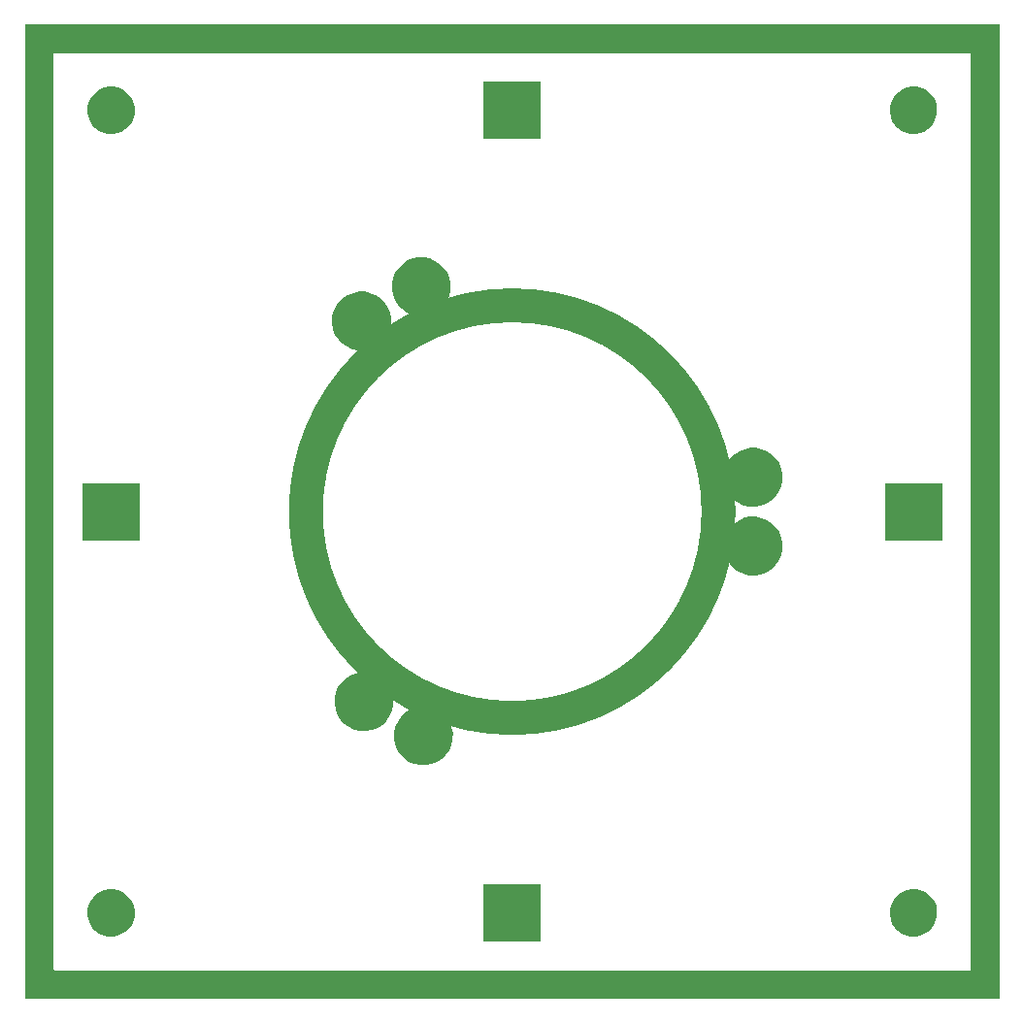
<source format=gbs>
G04 #@! TF.FileFunction,Soldermask,Bot*
%FSLAX46Y46*%
G04 Gerber Fmt 4.6, Leading zero omitted, Abs format (unit mm)*
G04 Created by KiCad (PCBNEW 4.0.2-stable) date Fri 12 Aug 2016 03:12:41 PM CEST*
%MOMM*%
G01*
G04 APERTURE LIST*
%ADD10C,0.100000*%
%ADD11C,3.000000*%
G04 APERTURE END LIST*
D10*
D11*
X118000000Y-100000000D02*
G75*
G03X118000000Y-100000000I-18000000J0D01*
G01*
D10*
G36*
X142500000Y-142500000D02*
X60040592Y-142500000D01*
X60023180Y-142502474D01*
X60006769Y-142509943D01*
X60000000Y-142514299D01*
X60000000Y-142515778D01*
X57500000Y-142515778D01*
X57500000Y-60062500D01*
X60000000Y-60062500D01*
X60000000Y-139937500D01*
X60002474Y-139954912D01*
X60009702Y-139970945D01*
X60021110Y-139984331D01*
X60035795Y-139994008D01*
X60052595Y-139999210D01*
X60062500Y-140000000D01*
X139937500Y-140000000D01*
X139954912Y-139997526D01*
X139970945Y-139990298D01*
X139984331Y-139978890D01*
X139994008Y-139964205D01*
X139999210Y-139947405D01*
X140000000Y-139937500D01*
X140000000Y-60062500D01*
X139997526Y-60045088D01*
X139990298Y-60029055D01*
X139978890Y-60015669D01*
X139964205Y-60005992D01*
X139947405Y-60000790D01*
X139937500Y-60000000D01*
X60062500Y-60000000D01*
X60045088Y-60002474D01*
X60029055Y-60009702D01*
X60015669Y-60021110D01*
X60005992Y-60035795D01*
X60000790Y-60052595D01*
X60000000Y-60062500D01*
X57500000Y-60062500D01*
X57500000Y-57500000D01*
X142500000Y-57500000D01*
X142500000Y-142500000D01*
X142500000Y-142500000D01*
G37*
G36*
X102500000Y-137500000D02*
X97500000Y-137500000D01*
X97500000Y-132500000D01*
X102500000Y-132500000D01*
X102500000Y-137500000D01*
X102500000Y-137500000D01*
G37*
G36*
X65216581Y-132939370D02*
X65612701Y-133020682D01*
X65985481Y-133177384D01*
X66320731Y-133403513D01*
X66605669Y-133690447D01*
X66829451Y-134027266D01*
X66983547Y-134401130D01*
X67062006Y-134797379D01*
X67062006Y-134797395D01*
X67062088Y-134797810D01*
X67055639Y-135259688D01*
X67055545Y-135260101D01*
X67055545Y-135260117D01*
X66966053Y-135654017D01*
X66801576Y-136023437D01*
X66568478Y-136353876D01*
X66275640Y-136632742D01*
X65934207Y-136849421D01*
X65557195Y-136995655D01*
X65158961Y-137065874D01*
X64754671Y-137057405D01*
X64359725Y-136970570D01*
X63989165Y-136808677D01*
X63657108Y-136577891D01*
X63376202Y-136287005D01*
X63157148Y-135947100D01*
X63008284Y-135571113D01*
X62935287Y-135173381D01*
X62940932Y-134769037D01*
X63025008Y-134373496D01*
X63184309Y-134001817D01*
X63412771Y-133668158D01*
X63701690Y-133385227D01*
X64040061Y-133163803D01*
X64414994Y-133012321D01*
X64812213Y-132936547D01*
X65216581Y-132939370D01*
X65216581Y-132939370D01*
G37*
G36*
X135216581Y-132939370D02*
X135612701Y-133020682D01*
X135985481Y-133177384D01*
X136320731Y-133403513D01*
X136605669Y-133690447D01*
X136829451Y-134027266D01*
X136983547Y-134401130D01*
X137062006Y-134797379D01*
X137062006Y-134797395D01*
X137062088Y-134797810D01*
X137055639Y-135259688D01*
X137055545Y-135260101D01*
X137055545Y-135260117D01*
X136966053Y-135654017D01*
X136801576Y-136023437D01*
X136568478Y-136353876D01*
X136275640Y-136632742D01*
X135934207Y-136849421D01*
X135557195Y-136995655D01*
X135158961Y-137065874D01*
X134754671Y-137057405D01*
X134359725Y-136970570D01*
X133989165Y-136808677D01*
X133657108Y-136577891D01*
X133376202Y-136287005D01*
X133157148Y-135947100D01*
X133008284Y-135571113D01*
X132935287Y-135173381D01*
X132940932Y-134769037D01*
X133025008Y-134373496D01*
X133184309Y-134001817D01*
X133412771Y-133668158D01*
X133701690Y-133385227D01*
X134040061Y-133163803D01*
X134414994Y-133012321D01*
X134812213Y-132936547D01*
X135216581Y-132939370D01*
X135216581Y-132939370D01*
G37*
G36*
X92527428Y-117001881D02*
X93019600Y-117102909D01*
X93482774Y-117297610D01*
X93899315Y-117578570D01*
X94253346Y-117935081D01*
X94531391Y-118353573D01*
X94722852Y-118818093D01*
X94820357Y-119310529D01*
X94820357Y-119310546D01*
X94820439Y-119310961D01*
X94812426Y-119884835D01*
X94812332Y-119885248D01*
X94812332Y-119885265D01*
X94701116Y-120374784D01*
X94496757Y-120833781D01*
X94207137Y-121244344D01*
X93843290Y-121590831D01*
X93419067Y-121860051D01*
X92950635Y-122041744D01*
X92455836Y-122128991D01*
X91953512Y-122118468D01*
X91462799Y-122010577D01*
X91002385Y-121809427D01*
X90589810Y-121522680D01*
X90240789Y-121161259D01*
X89968618Y-120738932D01*
X89783658Y-120271777D01*
X89692960Y-119777600D01*
X89699974Y-119275211D01*
X89804437Y-118783757D01*
X90002366Y-118321953D01*
X90286225Y-117907387D01*
X90645202Y-117555851D01*
X91065622Y-117280736D01*
X91531470Y-117092521D01*
X92025008Y-116998374D01*
X92527428Y-117001881D01*
X92527428Y-117001881D01*
G37*
G36*
X87331276Y-114001881D02*
X87823448Y-114102909D01*
X88286622Y-114297610D01*
X88703163Y-114578570D01*
X89057194Y-114935081D01*
X89335239Y-115353573D01*
X89526700Y-115818093D01*
X89624205Y-116310529D01*
X89624205Y-116310546D01*
X89624287Y-116310961D01*
X89616274Y-116884835D01*
X89616180Y-116885248D01*
X89616180Y-116885265D01*
X89504964Y-117374784D01*
X89300605Y-117833781D01*
X89010985Y-118244344D01*
X88647138Y-118590831D01*
X88222915Y-118860051D01*
X87754483Y-119041744D01*
X87259684Y-119128991D01*
X86757360Y-119118468D01*
X86266647Y-119010577D01*
X85806233Y-118809427D01*
X85393658Y-118522680D01*
X85044637Y-118161259D01*
X84772466Y-117738932D01*
X84587506Y-117271777D01*
X84496808Y-116777600D01*
X84503822Y-116275211D01*
X84608285Y-115783757D01*
X84806214Y-115321953D01*
X85090073Y-114907387D01*
X85449050Y-114555851D01*
X85869470Y-114280736D01*
X86335318Y-114092521D01*
X86828856Y-113998374D01*
X87331276Y-114001881D01*
X87331276Y-114001881D01*
G37*
G36*
X121269098Y-100439703D02*
X121761270Y-100540731D01*
X122224444Y-100735432D01*
X122640985Y-101016392D01*
X122995016Y-101372903D01*
X123273061Y-101791395D01*
X123464522Y-102255915D01*
X123562027Y-102748351D01*
X123562027Y-102748368D01*
X123562109Y-102748783D01*
X123554096Y-103322657D01*
X123554002Y-103323070D01*
X123554002Y-103323087D01*
X123442786Y-103812606D01*
X123238427Y-104271603D01*
X122948807Y-104682166D01*
X122584960Y-105028653D01*
X122160737Y-105297873D01*
X121692305Y-105479566D01*
X121197506Y-105566813D01*
X120695182Y-105556290D01*
X120204469Y-105448399D01*
X119744055Y-105247249D01*
X119331480Y-104960502D01*
X118982459Y-104599081D01*
X118710288Y-104176754D01*
X118525328Y-103709599D01*
X118434630Y-103215422D01*
X118441644Y-102713033D01*
X118546107Y-102221579D01*
X118744036Y-101759775D01*
X119027895Y-101345209D01*
X119386872Y-100993673D01*
X119807292Y-100718558D01*
X120273140Y-100530343D01*
X120766678Y-100436196D01*
X121269098Y-100439703D01*
X121269098Y-100439703D01*
G37*
G36*
X67500000Y-102500000D02*
X62500000Y-102500000D01*
X62500000Y-97500000D01*
X67500000Y-97500000D01*
X67500000Y-102500000D01*
X67500000Y-102500000D01*
G37*
G36*
X137500000Y-102500000D02*
X132500000Y-102500000D01*
X132500000Y-97500000D01*
X137500000Y-97500000D01*
X137500000Y-102500000D01*
X137500000Y-102500000D01*
G37*
G36*
X121269098Y-94439703D02*
X121761270Y-94540731D01*
X122224444Y-94735432D01*
X122640985Y-95016392D01*
X122995016Y-95372903D01*
X123273061Y-95791395D01*
X123464522Y-96255915D01*
X123562027Y-96748351D01*
X123562027Y-96748368D01*
X123562109Y-96748783D01*
X123554096Y-97322657D01*
X123554002Y-97323070D01*
X123554002Y-97323087D01*
X123442786Y-97812606D01*
X123238427Y-98271603D01*
X122948807Y-98682166D01*
X122584960Y-99028653D01*
X122160737Y-99297873D01*
X121692305Y-99479566D01*
X121197506Y-99566813D01*
X120695182Y-99556290D01*
X120204469Y-99448399D01*
X119744055Y-99247249D01*
X119331480Y-98960502D01*
X118982459Y-98599081D01*
X118710288Y-98176754D01*
X118525328Y-97709599D01*
X118434630Y-97215422D01*
X118441644Y-96713033D01*
X118546107Y-96221579D01*
X118744036Y-95759775D01*
X119027895Y-95345209D01*
X119386872Y-94993673D01*
X119807292Y-94718558D01*
X120273140Y-94530343D01*
X120766678Y-94436196D01*
X121269098Y-94439703D01*
X121269098Y-94439703D01*
G37*
G36*
X87126793Y-80810538D02*
X87618965Y-80911566D01*
X88082139Y-81106267D01*
X88498680Y-81387227D01*
X88852711Y-81743738D01*
X89130756Y-82162230D01*
X89322217Y-82626750D01*
X89419722Y-83119186D01*
X89419722Y-83119203D01*
X89419804Y-83119618D01*
X89411791Y-83693492D01*
X89411697Y-83693905D01*
X89411697Y-83693922D01*
X89300481Y-84183441D01*
X89096122Y-84642438D01*
X88806502Y-85053001D01*
X88442655Y-85399488D01*
X88018432Y-85668708D01*
X87550000Y-85850401D01*
X87055201Y-85937648D01*
X86552877Y-85927125D01*
X86062164Y-85819234D01*
X85601750Y-85618084D01*
X85189175Y-85331337D01*
X84840154Y-84969916D01*
X84567983Y-84547589D01*
X84383023Y-84080434D01*
X84292325Y-83586257D01*
X84299339Y-83083868D01*
X84403802Y-82592414D01*
X84601731Y-82130610D01*
X84885590Y-81716044D01*
X85244567Y-81364508D01*
X85664987Y-81089393D01*
X86130835Y-80901178D01*
X86624373Y-80807031D01*
X87126793Y-80810538D01*
X87126793Y-80810538D01*
G37*
G36*
X92322946Y-77810538D02*
X92815118Y-77911566D01*
X93278292Y-78106267D01*
X93694833Y-78387227D01*
X94048864Y-78743738D01*
X94326909Y-79162230D01*
X94518370Y-79626750D01*
X94615875Y-80119186D01*
X94615875Y-80119203D01*
X94615957Y-80119618D01*
X94607944Y-80693492D01*
X94607850Y-80693905D01*
X94607850Y-80693922D01*
X94496634Y-81183441D01*
X94292275Y-81642438D01*
X94002655Y-82053001D01*
X93638808Y-82399488D01*
X93214585Y-82668708D01*
X92746153Y-82850401D01*
X92251354Y-82937648D01*
X91749030Y-82927125D01*
X91258317Y-82819234D01*
X90797903Y-82618084D01*
X90385328Y-82331337D01*
X90036307Y-81969916D01*
X89764136Y-81547589D01*
X89579176Y-81080434D01*
X89488478Y-80586257D01*
X89495492Y-80083868D01*
X89599955Y-79592414D01*
X89797884Y-79130610D01*
X90081743Y-78716044D01*
X90440720Y-78364508D01*
X90861140Y-78089393D01*
X91326988Y-77901178D01*
X91820526Y-77807031D01*
X92322946Y-77810538D01*
X92322946Y-77810538D01*
G37*
G36*
X102500000Y-67500000D02*
X97500000Y-67500000D01*
X97500000Y-62500000D01*
X102500000Y-62500000D01*
X102500000Y-67500000D01*
X102500000Y-67500000D01*
G37*
G36*
X65216581Y-62939370D02*
X65612701Y-63020682D01*
X65985481Y-63177384D01*
X66320731Y-63403513D01*
X66605669Y-63690447D01*
X66829451Y-64027266D01*
X66983547Y-64401130D01*
X67062006Y-64797379D01*
X67062006Y-64797395D01*
X67062088Y-64797810D01*
X67055639Y-65259688D01*
X67055545Y-65260101D01*
X67055545Y-65260117D01*
X66966053Y-65654017D01*
X66801576Y-66023437D01*
X66568478Y-66353876D01*
X66275640Y-66632742D01*
X65934207Y-66849421D01*
X65557195Y-66995655D01*
X65158961Y-67065874D01*
X64754671Y-67057405D01*
X64359725Y-66970570D01*
X63989165Y-66808677D01*
X63657108Y-66577891D01*
X63376202Y-66287005D01*
X63157148Y-65947100D01*
X63008284Y-65571113D01*
X62935287Y-65173381D01*
X62940932Y-64769037D01*
X63025008Y-64373496D01*
X63184309Y-64001817D01*
X63412771Y-63668158D01*
X63701690Y-63385227D01*
X64040061Y-63163803D01*
X64414994Y-63012321D01*
X64812213Y-62936547D01*
X65216581Y-62939370D01*
X65216581Y-62939370D01*
G37*
G36*
X135216581Y-62939370D02*
X135612701Y-63020682D01*
X135985481Y-63177384D01*
X136320731Y-63403513D01*
X136605669Y-63690447D01*
X136829451Y-64027266D01*
X136983547Y-64401130D01*
X137062006Y-64797379D01*
X137062006Y-64797395D01*
X137062088Y-64797810D01*
X137055639Y-65259688D01*
X137055545Y-65260101D01*
X137055545Y-65260117D01*
X136966053Y-65654017D01*
X136801576Y-66023437D01*
X136568478Y-66353876D01*
X136275640Y-66632742D01*
X135934207Y-66849421D01*
X135557195Y-66995655D01*
X135158961Y-67065874D01*
X134754671Y-67057405D01*
X134359725Y-66970570D01*
X133989165Y-66808677D01*
X133657108Y-66577891D01*
X133376202Y-66287005D01*
X133157148Y-65947100D01*
X133008284Y-65571113D01*
X132935287Y-65173381D01*
X132940932Y-64769037D01*
X133025008Y-64373496D01*
X133184309Y-64001817D01*
X133412771Y-63668158D01*
X133701690Y-63385227D01*
X134040061Y-63163803D01*
X134414994Y-63012321D01*
X134812213Y-62936547D01*
X135216581Y-62939370D01*
X135216581Y-62939370D01*
G37*
M02*

</source>
